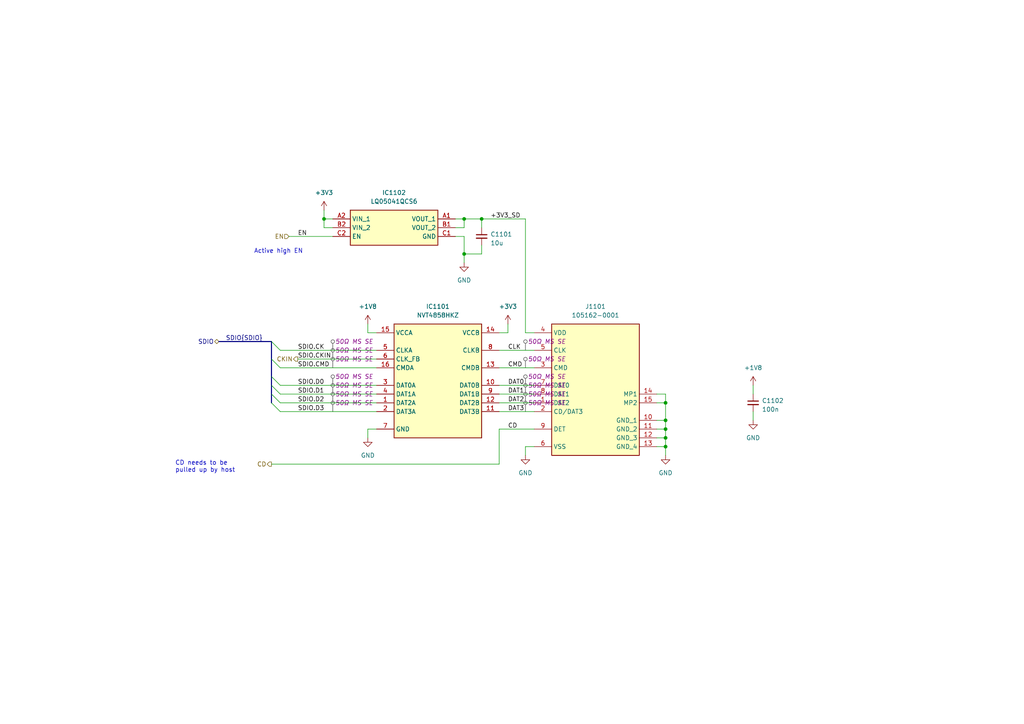
<source format=kicad_sch>
(kicad_sch (version 20230121) (generator eeschema)
  (paper "A4")
  (title_block (title "Watch Micro SD") (rev "1"))
  (lib_symbols
    (symbol "105162-0001:105162-0001"
      (property "Reference" "J" (at 0 22.86 0))
      (property "Value" "105162-0001" (at 0 20.32 0))
      (symbol "105162-0001_1_1"
        (rectangle (start -12.7 17.78) (end 12.7 -20.32) (stroke (width 0.254)) (fill (type background)))
        (pin passive line (at -17.78 -5.08 0) (length 5.08) (name "DAT2") (number "1"))
        (pin passive line (at 17.78 -10.16 180) (length 5.08) (name "GND_1") (number "10"))
        (pin passive line (at 17.78 -12.7 180) (length 5.08) (name "GND_2") (number "11"))
        (pin passive line (at 17.78 -15.24 180) (length 5.08) (name "GND_3") (number "12"))
        (pin passive line (at 17.78 -17.78 180) (length 5.08) (name "GND_4") (number "13"))
        (pin passive line (at 17.78 -2.54 180) (length 5.08) (name "MP1") (number "14"))
        (pin passive line (at 17.78 -5.08 180) (length 5.08) (name "MP2") (number "15"))
        (pin passive line (at -17.78 -7.62 0) (length 5.08) (name "CD/DAT3") (number "2"))
        (pin passive line (at -17.78 5.08 0) (length 5.08) (name "CMD") (number "3"))
        (pin passive line (at -17.78 15.24 0) (length 5.08) (name "VDD") (number "4"))
        (pin passive line (at -17.78 10.16 0) (length 5.08) (name "CLK") (number "5"))
        (pin passive line (at -17.78 -17.78 0) (length 5.08) (name "VSS") (number "6"))
        (pin passive line (at -17.78 0 0) (length 5.08) (name "DAT0") (number "7"))
        (pin passive line (at -17.78 -2.54 0) (length 5.08) (name "DAT1") (number "8"))
        (pin passive line (at -17.78 -12.7 0) (length 5.08) (name "DET") (number "9"))
      )
    )
    (symbol "Device:C_Small" (pin_numbers hide) (pin_names (offset 0.254) hide)
      (property "Reference" "C" (at 0.254 1.778 0))
      (property "Value" "C_Small" (at 0.254 -2.032 0))
      (symbol "C_Small_0_1"
        (polyline (pts (xy -1.524 -0.508) (xy 1.524 -0.508)) (stroke (width 0.3302)))
        (polyline (pts (xy -1.524 0.508) (xy 1.524 0.508)) (stroke (width 0.3048)))
      )
      (symbol "C_Small_1_1"
        (pin passive line (at 0 2.54 270) (length 2.032) (name "~") (number "1"))
        (pin passive line (at 0 -2.54 90) (length 2.032) (name "~") (number "2"))
      )
    )
    (symbol "LQ05041QCS6:LQ05041QCS6"
      (property "Reference" "U" (at 0 10.16 0))
      (property "Value" "LQ05041QCS6" (at 0 7.62 0))
      (symbol "LQ05041QCS6_1_1"
        (rectangle (start -12.7 5.08) (end 12.7 -5.08) (stroke (width 0.254)) (fill (type background)))
        (pin passive line (at 17.78 2.54 180) (length 5.08) (name "VOUT_1") (number "A1"))
        (pin passive line (at -17.78 2.54 0) (length 5.08) (name "VIN_1") (number "A2"))
        (pin passive line (at 17.78 0 180) (length 5.08) (name "VOUT_2") (number "B1"))
        (pin passive line (at -17.78 0 0) (length 5.08) (name "VIN_2") (number "B2"))
        (pin passive line (at 17.78 -2.54 180) (length 5.08) (name "GND") (number "C1"))
        (pin passive line (at -17.78 -2.54 0) (length 5.08) (name "EN") (number "C2"))
      )
    )
    (symbol "NVT4858HKZ:NVT4858HKZ"
      (property "Reference" "IC" (at 0 20.32 0))
      (property "Value" "NVT4858HKZ" (at 0 17.78 0))
      (symbol "NVT4858HKZ_1_1"
        (rectangle (start -12.7 15.24) (end 12.7 -17.78) (stroke (width 0.254)) (fill (type background)))
        (pin passive line (at -17.78 -7.62 0) (length 5.08) (name "DAT2A") (number "1"))
        (pin passive line (at 17.78 -2.54 180) (length 5.08) (name "DAT0B") (number "10"))
        (pin passive line (at 17.78 -10.16 180) (length 5.08) (name "DAT3B") (number "11"))
        (pin passive line (at 17.78 -7.62 180) (length 5.08) (name "DAT2B") (number "12"))
        (pin passive line (at 17.78 2.54 180) (length 5.08) (name "CMDB") (number "13"))
        (pin passive line (at 17.78 12.7 180) (length 5.08) (name "VCCB") (number "14"))
        (pin passive line (at -17.78 12.7 0) (length 5.08) (name "VCCA") (number "15"))
        (pin passive line (at -17.78 2.54 0) (length 5.08) (name "CMDA") (number "16"))
        (pin passive line (at -17.78 -10.16 0) (length 5.08) (name "DAT3A") (number "2"))
        (pin passive line (at -17.78 -2.54 0) (length 5.08) (name "DAT0A") (number "3"))
        (pin passive line (at -17.78 -5.08 0) (length 5.08) (name "DAT1A") (number "4"))
        (pin passive line (at -17.78 7.62 0) (length 5.08) (name "CLKA") (number "5"))
        (pin passive line (at -17.78 5.08 0) (length 5.08) (name "CLK_FB") (number "6"))
        (pin passive line (at -17.78 -15.24 0) (length 5.08) (name "GND") (number "7"))
        (pin passive line (at 17.78 7.62 180) (length 5.08) (name "CLKB") (number "8"))
        (pin passive line (at 17.78 -5.08 180) (length 5.08) (name "DAT1B") (number "9"))
      )
    )
    (symbol "power:+1V8" (power) (pin_names (offset 0))
      (property "Value" "+1V8" (at 0 3.556 0))
      (symbol "+1V8_0_1"
        (polyline (pts (xy -0.762 1.27) (xy 0 2.54)))
        (polyline (pts (xy 0 0) (xy 0 2.54)))
        (polyline (pts (xy 0 2.54) (xy 0.762 1.27)))
      )
      (symbol "+1V8_1_1"
        (pin power_in line (at 0 0 90) (length 0) hide (name "+1V8") (number "1"))
      )
    )
    (symbol "power:+3V3" (power) (pin_names (offset 0))
      (property "Value" "+3V3" (at 0 3.556 0))
      (symbol "+3V3_0_1"
        (polyline (pts (xy -0.762 1.27) (xy 0 2.54)))
        (polyline (pts (xy 0 0) (xy 0 2.54)))
        (polyline (pts (xy 0 2.54) (xy 0.762 1.27)))
      )
      (symbol "+3V3_1_1"
        (pin power_in line (at 0 0 90) (length 0) hide (name "+3V3") (number "1"))
      )
    )
    (symbol "power:GND" (power) (pin_names (offset 0))
      (property "Value" "GND" (at 0 -3.81 0))
      (symbol "GND_0_1"
        (polyline (pts (xy 0 0) (xy 0 -1.27) (xy 1.27 -1.27) (xy 0 -2.54) (xy -1.27 -1.27) (xy 0 -1.27)))
      )
      (symbol "GND_1_1"
        (pin power_in line (at 0 0 270) (length 0) hide (name "GND") (number "1"))
      )
    )
  )
  (junction (at 193.04 124.46))
  (junction (at 193.04 116.84))
  (junction (at 193.04 127))
  (junction (at 134.62 73.66))
  (junction (at 93.98 63.5))
  (junction (at 139.7 63.5))
  (junction (at 134.62 63.5))
  (junction (at 193.04 129.54))
  (junction (at 193.04 121.92))
  (bus_entry (at 78.74 116.84) (size 2.54 2.54))
  (bus_entry (at 78.74 109.22) (size 2.54 2.54))
  (bus_entry (at 78.74 104.14) (size 2.54 2.54))
  (bus_entry (at 78.74 99.06) (size 2.54 2.54))
  (bus_entry (at 78.74 114.3) (size 2.54 2.54))
  (bus_entry (at 78.74 111.76) (size 2.54 2.54))
  (wire (pts (xy 144.78 111.76) (xy 154.94 111.76)))
  (wire (pts (xy 93.98 60.96) (xy 93.98 63.5)))
  (wire (pts (xy 86.36 104.14) (xy 109.22 104.14)))
  (wire (pts (xy 139.7 63.5) (xy 139.7 66.04)))
  (wire (pts (xy 81.28 101.6) (xy 109.22 101.6)))
  (bus (pts (xy 78.74 104.14) (xy 78.74 109.22)))
  (wire (pts (xy 193.04 114.3) (xy 193.04 116.84)))
  (wire (pts (xy 106.68 93.98) (xy 106.68 96.52)))
  (wire (pts (xy 144.78 116.84) (xy 154.94 116.84)))
  (wire (pts (xy 93.98 63.5) (xy 93.98 66.04)))
  (wire (pts (xy 134.62 63.5) (xy 134.62 66.04)))
  (bus (pts (xy 78.74 99.06) (xy 63.5 99.06)))
  (bus (pts (xy 78.74 111.76) (xy 78.74 114.3)))
  (wire (pts (xy 144.78 119.38) (xy 154.94 119.38)))
  (wire (pts (xy 193.04 129.54) (xy 193.04 127)))
  (wire (pts (xy 193.04 124.46) (xy 193.04 121.92)))
  (wire (pts (xy 139.7 63.5) (xy 134.62 63.5)))
  (wire (pts (xy 132.08 66.04) (xy 134.62 66.04)))
  (bus (pts (xy 78.74 109.22) (xy 78.74 111.76)))
  (wire (pts (xy 190.5 114.3) (xy 193.04 114.3)))
  (wire (pts (xy 147.32 93.98) (xy 147.32 96.52)))
  (wire (pts (xy 144.78 106.68) (xy 154.94 106.68)))
  (wire (pts (xy 152.4 96.52) (xy 152.4 63.5)))
  (bus (pts (xy 78.74 99.06) (xy 78.74 104.14)))
  (wire (pts (xy 193.04 127) (xy 193.04 124.46)))
  (wire (pts (xy 193.04 121.92) (xy 190.5 121.92)))
  (wire (pts (xy 152.4 63.5) (xy 139.7 63.5)))
  (wire (pts (xy 81.28 119.38) (xy 109.22 119.38)))
  (bus (pts (xy 78.74 114.3) (xy 78.74 116.84)))
  (wire (pts (xy 144.78 134.62) (xy 144.78 124.46)))
  (wire (pts (xy 193.04 132.08) (xy 193.04 129.54)))
  (wire (pts (xy 193.04 116.84) (xy 193.04 121.92)))
  (wire (pts (xy 152.4 129.54) (xy 154.94 129.54)))
  (wire (pts (xy 144.78 96.52) (xy 147.32 96.52)))
  (wire (pts (xy 106.68 96.52) (xy 109.22 96.52)))
  (wire (pts (xy 83.82 68.58) (xy 96.52 68.58)))
  (wire (pts (xy 81.28 114.3) (xy 109.22 114.3)))
  (wire (pts (xy 144.78 101.6) (xy 154.94 101.6)))
  (wire (pts (xy 154.94 96.52) (xy 152.4 96.52)))
  (wire (pts (xy 93.98 63.5) (xy 96.52 63.5)))
  (wire (pts (xy 144.78 124.46) (xy 154.94 124.46)))
  (wire (pts (xy 193.04 129.54) (xy 190.5 129.54)))
  (wire (pts (xy 132.08 63.5) (xy 134.62 63.5)))
  (wire (pts (xy 134.62 73.66) (xy 139.7 73.66)))
  (wire (pts (xy 139.7 71.12) (xy 139.7 73.66)))
  (wire (pts (xy 81.28 116.84) (xy 109.22 116.84)))
  (wire (pts (xy 193.04 124.46) (xy 190.5 124.46)))
  (wire (pts (xy 106.68 124.46) (xy 109.22 124.46)))
  (wire (pts (xy 96.52 66.04) (xy 93.98 66.04)))
  (wire (pts (xy 134.62 68.58) (xy 134.62 73.66)))
  (wire (pts (xy 218.44 111.76) (xy 218.44 114.3)))
  (wire (pts (xy 81.28 106.68) (xy 109.22 106.68)))
  (wire (pts (xy 81.28 111.76) (xy 109.22 111.76)))
  (wire (pts (xy 134.62 73.66) (xy 134.62 76.2)))
  (wire (pts (xy 132.08 68.58) (xy 134.62 68.58)))
  (wire (pts (xy 78.74 134.62) (xy 144.78 134.62)))
  (wire (pts (xy 190.5 116.84) (xy 193.04 116.84)))
  (wire (pts (xy 144.78 114.3) (xy 154.94 114.3)))
  (wire (pts (xy 218.44 119.38) (xy 218.44 121.92)))
  (wire (pts (xy 152.4 132.08) (xy 152.4 129.54)))
  (wire (pts (xy 106.68 127) (xy 106.68 124.46)))
  (wire (pts (xy 193.04 127) (xy 190.5 127)))
  (text "CD needs to be\npulled up by host" (at 50.8 137.16 0) (effects (font (size 1.27 1.27)) (justify left bottom)))
  (text "Active high EN" (at 73.66 73.66 0) (effects (font (size 1.27 1.27)) (justify left bottom)))
  (label "DAT0" (at 147.32 111.76 0))
  (label "SDIO.CKIN" (at 86.36 104.14 0))
  (label "SDIO.D0" (at 86.36 111.76 0))
  (label "SDIO{SDIO}" (at 76.2 99.06 180))
  (label "SDIO.CMD" (at 86.36 106.68 0))
  (label "SDIO.D2" (at 86.36 116.84 0))
  (label "SDIO.D3" (at 86.36 119.38 0))
  (label "DAT1" (at 147.32 114.3 0))
  (label "CMD" (at 147.32 106.68 0))
  (label "CLK" (at 147.32 101.6 0))
  (label "CD" (at 147.32 124.46 0))
  (label "EN" (at 86.36 68.58 0))
  (label "DAT2" (at 147.32 116.84 0))
  (label "SDIO.CK" (at 86.36 101.6 0))
  (label "+3V3_SD" (at 142.24 63.5 0))
  (label "DAT3" (at 147.32 119.38 0))
  (label "SDIO.D1" (at 86.36 114.3 0))
  (hierarchical_label "EN" (shape input) (at 83.82 68.58 180))
  (hierarchical_label "CKIN" (shape output) (at 86.36 104.14 180))
  (hierarchical_label "CD" (shape output) (at 78.74 134.62 180))
  (hierarchical_label "SDIO" (shape bidirectional) (at 63.5 99.06 180) (property "DSI" "DSI" (effects hide)))
  (netclass_flag "" (length 2.54) (shape round) (at 96.52 106.68 0) (property "Netclass" "50Ω MS SE" (at 97.2185 104.14 0) (effects (font italic) (justify left))))
  (netclass_flag "" (length 2.54) (shape round) (at 96.52 111.76 0) (property "Netclass" "50Ω MS SE" (at 97.2185 109.22 0) (effects (font italic) (justify left))))
  (netclass_flag "" (length 2.54) (shape round) (at 152.4 101.6 0) (property "Netclass" "50Ω MS SE" (at 153.0985 99.06 0) (effects (font italic) (justify left))))
  (netclass_flag "" (length 2.54) (shape round) (at 96.52 119.38 0) (property "Netclass" "50Ω MS SE" (at 97.2185 116.84 0) (effects (font italic) (justify left))))
  (netclass_flag "" (length 2.54) (shape round) (at 96.52 116.84 0) (property "Netclass" "50Ω MS SE" (at 97.2185 114.3 0) (effects (font italic) (justify left))))
  (netclass_flag "" (length 2.54) (shape round) (at 152.4 111.76 0) (property "Netclass" "50Ω MS SE" (at 153.0985 109.22 0) (effects (font italic) (justify left))))
  (netclass_flag "" (length 2.54) (shape round) (at 96.52 101.6 0) (property "Netclass" "50Ω MS SE" (at 97.2185 99.06 0) (effects (font italic) (justify left))))
  (netclass_flag "" (length 2.54) (shape round) (at 152.4 119.38 0) (property "Netclass" "50Ω MS SE" (at 153.0985 116.84 0) (effects (font italic) (justify left))))
  (netclass_flag "" (length 2.54) (shape round) (at 152.4 116.84 0) (property "Netclass" "50Ω MS SE" (at 153.0985 114.3 0) (effects (font italic) (justify left))))
  (netclass_flag "" (length 2.54) (shape round) (at 96.52 114.3 0) (property "Netclass" "50Ω MS SE" (at 97.2185 111.76 0) (effects (font italic) (justify left))))
  (netclass_flag "" (length 2.54) (shape round) (at 152.4 106.68 0) (property "Netclass" "50Ω MS SE" (at 153.0985 104.14 0) (effects (font italic) (justify left))))
  (netclass_flag "" (length 2.54) (shape round) (at 96.52 104.14 0) (property "Netclass" "50Ω MS SE" (at 97.2185 101.6 0) (effects (font italic) (justify left))))
  (netclass_flag "" (length 2.54) (shape round) (at 152.4 114.3 0) (property "Netclass" "50Ω MS SE" (at 153.0985 111.76 0) (effects (font italic) (justify left))))
  (symbol (lib_id "NVT4858HKZ:NVT4858HKZ") (at 127 109.22 0) (unit 1)
    (property "Reference" "IC1101" (at 127 88.9 0))
    (property "Value" "NVT4858HKZ" (at 127 91.44 0))
    (property "Footprint" "watch_footprints:NVT4858HKZ" (effects hide))
    (property "Datasheet" "https://www.nxp.com/part/NVT4858HK#/" (effects hide))
    (property "Height" "0.5" (effects hide))
    (property "Mouser Part Number" "771-NVT4858HKZ" (effects hide))
    (property "Mouser Price/Stock" "https://www.mouser.co.uk/ProductDetail/NXP-Semiconductors/NVT4858HKZ?qs=TuK3vfAjtkUQFuqXj%252BGfyA%3D%3D" (effects hide))
    (property "Manufacturer_Name" "NXP" (effects hide))
    (property "Manufacturer_Part_Number" "NVT4858HKZ" (effects hide))
    (instances (project "watch_main" (path "" (reference "IC1101") (unit 1)) (path "" (reference "IC1701") (unit 1))))
  )
  (symbol (lib_id "Device:C_Small") (at 218.44 116.84 0) (unit 1)
    (property "Reference" "C1102" (at 220.98 116.2113 0) (effects (justify left)))
    (property "Value" "100n" (at 220.98 118.7513 0) (effects (justify left)))
    (property "Footprint" "Capacitor_SMD:C_0402_1005Metric" (effects hide))
    (instances (project "watch_main" (path "" (reference "C1102") (unit 1)) (path "" (reference "C1702") (unit 1))))
  )
  (symbol (lib_id "power:GND") (at 193.04 132.08 0) (mirror y) (unit 1)
    (property "Reference" "#PWR01106" (effects hide))
    (property "Value" "GND" (at 193.04 137.16 0))
    (instances (project "watch_main" (path "" (reference "#PWR01106") (unit 1)) (path "" (reference "#PWR01706") (unit 1))))
  )
  (symbol (lib_id "power:+1V8") (at 218.44 111.76 0) (unit 1)
    (property "Reference" "#PWR01107" (effects hide))
    (property "Value" "+1V8" (at 218.44 106.68 0))
    (instances (project "watch_main" (path "" (reference "#PWR01107") (unit 1)) (path "" (reference "#PWR01707") (unit 1))))
  )
  (symbol (lib_id "Device:C_Small") (at 139.7 68.58 0) (unit 1)
    (property "Reference" "C1101" (at 142.24 67.9513 0) (effects (justify left)))
    (property "Value" "10u" (at 142.24 70.4913 0) (effects (justify left)))
    (property "Footprint" "Capacitor_SMD:C_0402_1005Metric" (effects hide))
    (instances (project "watch_main" (path "" (reference "C1101") (unit 1)) (path "" (reference "C1701") (unit 1))))
  )
  (symbol (lib_id "power:GND") (at 106.68 127 0) (unit 1)
    (property "Reference" "#PWR01102" (effects hide))
    (property "Value" "GND" (at 106.68 132.08 0))
    (instances (project "watch_main" (path "" (reference "#PWR01102") (unit 1)) (path "" (reference "#PWR01702") (unit 1))))
  )
  (symbol (lib_id "power:GND") (at 152.4 132.08 0) (unit 1)
    (property "Reference" "#PWR01104" (effects hide))
    (property "Value" "GND" (at 152.4 137.16 0))
    (instances (project "watch_main" (path "" (reference "#PWR01104") (unit 1)) (path "" (reference "#PWR01704") (unit 1))))
  )
  (symbol (lib_id "power:GND") (at 218.44 121.92 0) (mirror y) (unit 1)
    (property "Reference" "#PWR01108" (effects hide))
    (property "Value" "GND" (at 218.44 127 0))
    (instances (project "watch_main" (path "" (reference "#PWR01108") (unit 1)) (path "" (reference "#PWR01708") (unit 1))))
  )
  (symbol (lib_id "power:+3V3") (at 147.32 93.98 0) (unit 1)
    (property "Reference" "#PWR01103" (effects hide))
    (property "Value" "+3V3" (at 147.32 88.9 0))
    (instances (project "watch_main" (path "" (reference "#PWR01103") (unit 1)) (path "" (reference "#PWR01703") (unit 1))))
  )
  (symbol (lib_id "power:+1V8") (at 106.68 93.98 0) (unit 1)
    (property "Reference" "#PWR01101" (effects hide))
    (property "Value" "+1V8" (at 106.68 88.9 0))
    (instances (project "watch_main" (path "" (reference "#PWR01101") (unit 1)) (path "" (reference "#PWR01701") (unit 1))))
  )
  (symbol (lib_id "power:+3V3") (at 93.98 60.96 0) (unit 1)
    (property "Reference" "#PWR01109" (effects hide))
    (property "Value" "+3V3" (at 93.98 55.88 0))
    (instances (project "watch_main" (path "" (reference "#PWR01109") (unit 1)) (path "" (reference "#PWR01703") (unit 1))))
  )
  (symbol (lib_id "power:GND") (at 134.62 76.2 0) (mirror y) (unit 1)
    (property "Reference" "#PWR01105" (effects hide))
    (property "Value" "GND" (at 134.62 81.28 0))
    (instances (project "watch_main" (path "" (reference "#PWR01105") (unit 1)) (path "" (reference "#PWR01706") (unit 1))))
  )
  (symbol (lib_id "105162-0001:105162-0001") (at 172.72 111.76 0) (unit 1)
    (property "Reference" "J1101" (at 172.72 88.9 0))
    (property "Value" "105162-0001" (at 172.72 91.44 0))
    (property "Footprint" "105162-0001" (effects hide))
    (property "Datasheet" "http://www.molex.com/webdocs/datasheets/pdf/en-us//1051620001_MEMORY_CARD_SOCKET.pdf" (effects hide))
    (property "Mouser Part Number" "538-105162-0001" (effects hide))
    (property "Mouser Price/Stock" "https://www.mouser.co.uk/ProductDetail/Molex/105162-0001?qs=1fNsfHe5VsK8daqlgKxZfQ%3D%3D" (effects hide))
    (property "Manufacturer_Name" "Molex" (effects hide))
    (property "Manufacturer_Part_Number" "105162-0001" (effects hide))
    (instances (project "watch_main" (path "" (reference "J1101") (unit 1)) (path "" (reference "J1701") (unit 1))))
  )
  (symbol (lib_id "LQ05041QCS6:LQ05041QCS6") (at 114.3 66.04 0) (unit 1)
    (property "Reference" "IC1102" (at 114.3 55.88 0))
    (property "Value" "LQ05041QCS6" (at 114.3 58.42 0))
    (property "Footprint" "watch_footprints:BGA6C50P2X3_97X147X60" (effects hide))
    (property "Datasheet" "https://www.littelfuse.com/media?resourcetype=datasheets&itemid=8787325e-5ddb-4bd3-a7f1-251b9f90d73b&filename=littelfuse-protection-ic-lq05041qcs6-datasheet" (effects hide))
    (property "Height" "0.6" (effects hide))
    (property "Manufacturer_Name" "LITTELFUSE" (effects hide))
    (property "Manufacturer_Part_Number" "LQ05041QCS6" (effects hide))
  )
)
</source>
